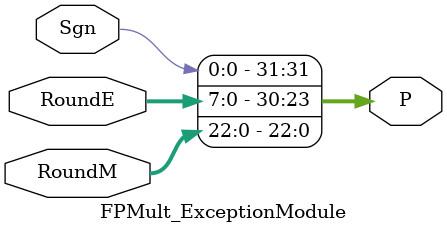
<source format=v>
`timescale 1ns / 1ps


module FPMult_ExceptionModule(
			RoundM,
			RoundE,
			Sgn,
			P
    );

	// Input ports
	input [22:0] RoundM ;							// Rounded mantissa
	input [8:0] RoundE ;								// Rounded exponent
	input Sgn ;											// Final sign
	
	// Output ports
	output [31:0] P ;									// The product
	
	// Add error checking here
	
	assign P = {Sgn, RoundE[7:0], RoundM} ;   // Putting the pieces together
	
endmodule

</source>
